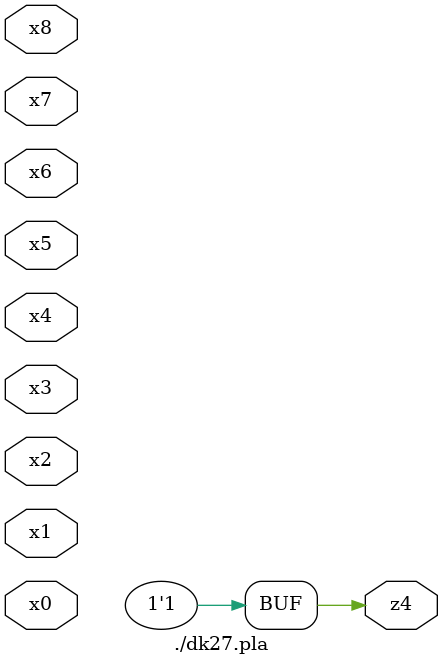
<source format=v>

module \./dk27.pla  ( 
    x0, x1, x2, x3, x4, x5, x6, x7, x8,
    z4  );
  input  x0, x1, x2, x3, x4, x5, x6, x7, x8;
  output z4;
  assign z4 = 1'b1;
endmodule



</source>
